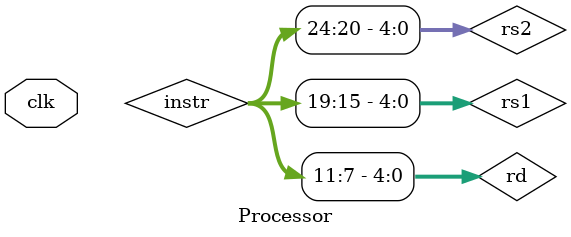
<source format=v>
module Processor(
  input clk
  );

  // Program counter
  reg  [31:0] pc_current;
  wire [31:0] pc_next;
     
  initial begin
    pc_current <= 0;
  end
 
  // Update to pc_next on rising clock
  always @(posedge clk)
  begin 
    pc_current <= pc_next;   
  end


  // Instruction memory
  wire [31:0] instr;
  InstructionMemory im(
    .addr(pc_current),
    .instr(instr)
    ); 
  
  // Control Unit
  wire [3:0] alu_op;
  wire reg_write_en;
  wire alu_b_src;
  wire alu_a_src;
  wire [2:0] branch_cond;
  
  ControlUnit cu(
    .instr(instr),
    .alu_op(alu_op),
    .reg_write_en(reg_write_en),
    .alu_b_src(alu_b_src),
    .alu_a_src(alu_a_src),
    .branch_cond(branch_cond)
    );
  
  // Registers
  wire [4:0]  rd;
  wire [31:0] rd_value;
  wire [4:0]  rs1;
  wire [31:0] rs1_value;
  wire [4:0]  rs2;
  wire [31:0] rs2_value;
  
 
  // Map the register numbers to fields in the instruction 
  assign rs1    = instr[19:15];
  assign rs2    = instr[24:20];
  assign rd     = instr[11:7];
  
  Registers regs(
    .clk(clk),
    .reg_write_en(reg_write_en),
    .rd(rd), 
    .rd_value(rd_value),
    .rs1(rs1),
    .rs2(rs2),
    .rs1_value(rs1_value),
    .rs2_value(rs2_value)
    );
  
  // Immediate
  wire [31:0] immediate;
  
  Imm imm(
      .instr(instr),
      .imm(immediate)
      );
  
 
  // ALU
  wire [31:0] alu_out;
  wire [31:0] alu_b_value;
  wire [31:0] alu_a_value;
  
  assign alu_b_value = alu_b_src == 1 ? 
                       rs2_value : immediate;
  assign alu_a_value = alu_a_src == 1 ?
                       rs1_value : pc_current;
  
  ALU alu(
    .a(alu_a_value),
    .b(alu_b_value),
    .alu_op(alu_op),
    .result(alu_out) 
    );

  // Branch
  wire branch;
  
  Branch br(
    .a(rs1_value),
    .b(rs2_value),
    .branch_cond(branch_cond),
    .branch(branch)
  );
  
  assign rd_value = alu_out;
  
    // MUST CHANGE THIS BIT
  assign pc_next = branch == 1 ? alu_out :  pc_current + 4;
  
  
endmodule
</source>
